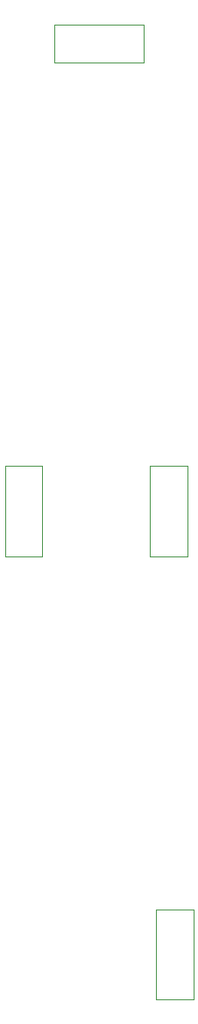
<source format=gbr>
%TF.GenerationSoftware,KiCad,Pcbnew,(5.1.6-0-10_14)*%
%TF.CreationDate,2020-12-13T12:36:34-06:00*%
%TF.ProjectId,nab,6e61622e-6b69-4636-9164-5f7063625858,rev?*%
%TF.SameCoordinates,Original*%
%TF.FileFunction,Other,User*%
%FSLAX46Y46*%
G04 Gerber Fmt 4.6, Leading zero omitted, Abs format (unit mm)*
G04 Created by KiCad (PCBNEW (5.1.6-0-10_14)) date 2020-12-13 12:36:34*
%MOMM*%
%LPD*%
G01*
G04 APERTURE LIST*
%ADD10C,0.050000*%
G04 APERTURE END LIST*
D10*
%TO.C,J9*%
X64614200Y-64722600D02*
X64614200Y-68322600D01*
X55964200Y-64722600D02*
X64614200Y-64722600D01*
X55964200Y-68322600D02*
X55964200Y-64722600D01*
X64614200Y-68322600D02*
X55964200Y-68322600D01*
%TO.C,J8*%
X54800000Y-115800000D02*
X51200000Y-115800000D01*
X54800000Y-107150000D02*
X54800000Y-115800000D01*
X51200000Y-107150000D02*
X54800000Y-107150000D01*
X51200000Y-115800000D02*
X51200000Y-107150000D01*
%TO.C,J7*%
X68800000Y-115800000D02*
X65200000Y-115800000D01*
X68800000Y-107150000D02*
X68800000Y-115800000D01*
X65200000Y-107150000D02*
X68800000Y-107150000D01*
X65200000Y-115800000D02*
X65200000Y-107150000D01*
%TO.C,J6*%
X69414800Y-158429100D02*
X65814800Y-158429100D01*
X69414800Y-149779100D02*
X69414800Y-158429100D01*
X65814800Y-149779100D02*
X69414800Y-149779100D01*
X65814800Y-158429100D02*
X65814800Y-149779100D01*
%TD*%
M02*

</source>
